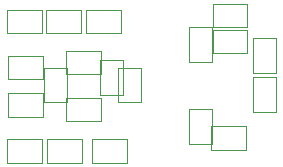
<source format=gbr>
G04 (created by PCBNEW (2013-jul-07)-stable) date Mon 28 Dec 2015 12:37:34 PM PST*
%MOIN*%
G04 Gerber Fmt 3.4, Leading zero omitted, Abs format*
%FSLAX34Y34*%
G01*
G70*
G90*
G04 APERTURE LIST*
%ADD10C,0.00393701*%
%ADD11C,0.002*%
G04 APERTURE END LIST*
G54D10*
G54D11*
X57603Y-39813D02*
X56445Y-39813D01*
X56445Y-39813D02*
X56445Y-39039D01*
X56445Y-39039D02*
X57603Y-39039D01*
X57603Y-39039D02*
X57603Y-39813D01*
X56445Y-40614D02*
X57603Y-40614D01*
X57603Y-40614D02*
X57603Y-41388D01*
X57603Y-41388D02*
X56445Y-41388D01*
X56445Y-41388D02*
X56445Y-40614D01*
X54516Y-39197D02*
X55674Y-39197D01*
X55674Y-39197D02*
X55674Y-39971D01*
X55674Y-39971D02*
X54516Y-39971D01*
X54516Y-39971D02*
X54516Y-39197D01*
X54516Y-40457D02*
X55674Y-40457D01*
X55674Y-40457D02*
X55674Y-41231D01*
X55674Y-41231D02*
X54516Y-41231D01*
X54516Y-41231D02*
X54516Y-40457D01*
X55692Y-40753D02*
X55692Y-39595D01*
X55692Y-39595D02*
X56466Y-39595D01*
X56466Y-39595D02*
X56466Y-40753D01*
X56466Y-40753D02*
X55692Y-40753D01*
X55815Y-41992D02*
X56973Y-41992D01*
X56973Y-41992D02*
X56973Y-42766D01*
X56973Y-42766D02*
X55815Y-42766D01*
X55815Y-42766D02*
X55815Y-41992D01*
X57114Y-37661D02*
X58272Y-37661D01*
X58272Y-37661D02*
X58272Y-38435D01*
X58272Y-38435D02*
X57114Y-38435D01*
X57114Y-38435D02*
X57114Y-37661D01*
X58356Y-39359D02*
X58356Y-40517D01*
X58356Y-40517D02*
X57582Y-40517D01*
X57582Y-40517D02*
X57582Y-39359D01*
X57582Y-39359D02*
X58356Y-39359D01*
X55634Y-42766D02*
X54476Y-42766D01*
X54476Y-42766D02*
X54476Y-41992D01*
X54476Y-41992D02*
X55634Y-41992D01*
X55634Y-41992D02*
X55634Y-42766D01*
X56934Y-38435D02*
X55776Y-38435D01*
X55776Y-38435D02*
X55776Y-37661D01*
X55776Y-37661D02*
X56934Y-37661D01*
X56934Y-37661D02*
X56934Y-38435D01*
X54476Y-37661D02*
X55634Y-37661D01*
X55634Y-37661D02*
X55634Y-38435D01*
X55634Y-38435D02*
X54476Y-38435D01*
X54476Y-38435D02*
X54476Y-37661D01*
X58469Y-42766D02*
X57311Y-42766D01*
X57311Y-42766D02*
X57311Y-41992D01*
X57311Y-41992D02*
X58469Y-41992D01*
X58469Y-41992D02*
X58469Y-42766D01*
X58172Y-40753D02*
X58172Y-39595D01*
X58172Y-39595D02*
X58946Y-39595D01*
X58946Y-39595D02*
X58946Y-40753D01*
X58946Y-40753D02*
X58172Y-40753D01*
X61308Y-40973D02*
X61308Y-42131D01*
X61308Y-42131D02*
X60534Y-42131D01*
X60534Y-42131D02*
X60534Y-40973D01*
X60534Y-40973D02*
X61308Y-40973D01*
X61308Y-38257D02*
X61308Y-39415D01*
X61308Y-39415D02*
X60534Y-39415D01*
X60534Y-39415D02*
X60534Y-38257D01*
X60534Y-38257D02*
X61308Y-38257D01*
X61287Y-41559D02*
X62445Y-41559D01*
X62445Y-41559D02*
X62445Y-42333D01*
X62445Y-42333D02*
X61287Y-42333D01*
X61287Y-42333D02*
X61287Y-41559D01*
X63434Y-38611D02*
X63434Y-39769D01*
X63434Y-39769D02*
X62660Y-39769D01*
X62660Y-39769D02*
X62660Y-38611D01*
X62660Y-38611D02*
X63434Y-38611D01*
X63434Y-39910D02*
X63434Y-41068D01*
X63434Y-41068D02*
X62660Y-41068D01*
X62660Y-41068D02*
X62660Y-39910D01*
X62660Y-39910D02*
X63434Y-39910D01*
X61327Y-37465D02*
X62485Y-37465D01*
X62485Y-37465D02*
X62485Y-38239D01*
X62485Y-38239D02*
X61327Y-38239D01*
X61327Y-38239D02*
X61327Y-37465D01*
X62485Y-39105D02*
X61327Y-39105D01*
X61327Y-39105D02*
X61327Y-38331D01*
X61327Y-38331D02*
X62485Y-38331D01*
X62485Y-38331D02*
X62485Y-39105D01*
M02*

</source>
